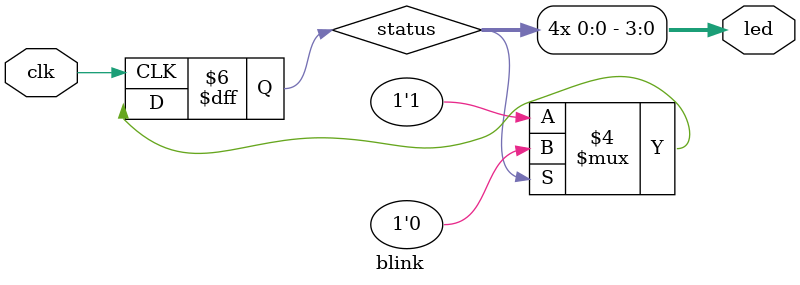
<source format=v>
module blink (clk, led);
	input	clk;
	output	[3:0]led;

	reg status;

	always @(posedge clk) begin
		if (status == 0)
			status <= 1;
		else
			status <= 0;
	end

	assign led[0] = status;
	assign led[1] = status;
	assign led[2] = status;
	assign led[3] = status;
endmodule



</source>
